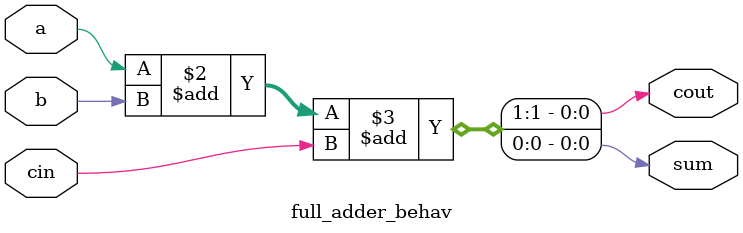
<source format=v>
module full_adder_behav (

input a,b,cin,
output reg sum,cout
	);

always @ (*) 
begin
{cout,sum}=a+b+cin;
	
end

endmodule

</source>
